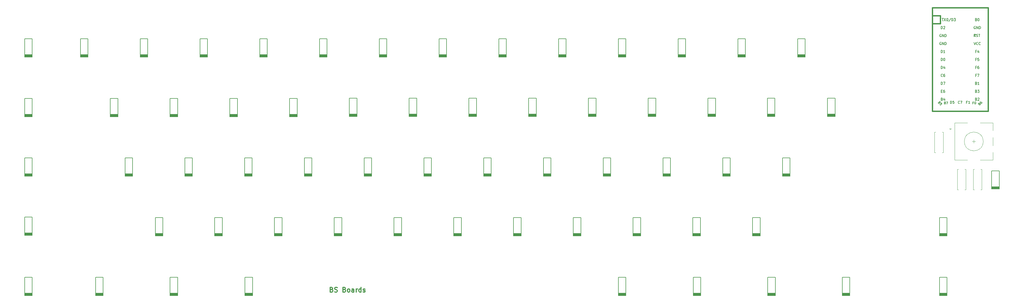
<source format=gbr>
G04 #@! TF.GenerationSoftware,KiCad,Pcbnew,(5.1.5)-3*
G04 #@! TF.CreationDate,2020-03-15T19:25:50-07:00*
G04 #@! TF.ProjectId,keyboard-layout,6b657962-6f61-4726-942d-6c61796f7574,rev?*
G04 #@! TF.SameCoordinates,Original*
G04 #@! TF.FileFunction,Legend,Top*
G04 #@! TF.FilePolarity,Positive*
%FSLAX46Y46*%
G04 Gerber Fmt 4.6, Leading zero omitted, Abs format (unit mm)*
G04 Created by KiCad (PCBNEW (5.1.5)-3) date 2020-03-15 19:25:50*
%MOMM*%
%LPD*%
G04 APERTURE LIST*
%ADD10C,0.300000*%
%ADD11C,0.120000*%
%ADD12C,0.381000*%
%ADD13C,0.150000*%
%ADD14C,0.200000*%
G04 APERTURE END LIST*
D10*
X117995535Y-107049107D02*
X118209821Y-107120535D01*
X118281250Y-107191964D01*
X118352678Y-107334821D01*
X118352678Y-107549107D01*
X118281250Y-107691964D01*
X118209821Y-107763392D01*
X118066964Y-107834821D01*
X117495535Y-107834821D01*
X117495535Y-106334821D01*
X117995535Y-106334821D01*
X118138392Y-106406250D01*
X118209821Y-106477678D01*
X118281250Y-106620535D01*
X118281250Y-106763392D01*
X118209821Y-106906250D01*
X118138392Y-106977678D01*
X117995535Y-107049107D01*
X117495535Y-107049107D01*
X118924107Y-107763392D02*
X119138392Y-107834821D01*
X119495535Y-107834821D01*
X119638392Y-107763392D01*
X119709821Y-107691964D01*
X119781250Y-107549107D01*
X119781250Y-107406250D01*
X119709821Y-107263392D01*
X119638392Y-107191964D01*
X119495535Y-107120535D01*
X119209821Y-107049107D01*
X119066964Y-106977678D01*
X118995535Y-106906250D01*
X118924107Y-106763392D01*
X118924107Y-106620535D01*
X118995535Y-106477678D01*
X119066964Y-106406250D01*
X119209821Y-106334821D01*
X119566964Y-106334821D01*
X119781250Y-106406250D01*
X122066964Y-107049107D02*
X122281250Y-107120535D01*
X122352678Y-107191964D01*
X122424107Y-107334821D01*
X122424107Y-107549107D01*
X122352678Y-107691964D01*
X122281250Y-107763392D01*
X122138392Y-107834821D01*
X121566964Y-107834821D01*
X121566964Y-106334821D01*
X122066964Y-106334821D01*
X122209821Y-106406250D01*
X122281250Y-106477678D01*
X122352678Y-106620535D01*
X122352678Y-106763392D01*
X122281250Y-106906250D01*
X122209821Y-106977678D01*
X122066964Y-107049107D01*
X121566964Y-107049107D01*
X123281250Y-107834821D02*
X123138392Y-107763392D01*
X123066964Y-107691964D01*
X122995535Y-107549107D01*
X122995535Y-107120535D01*
X123066964Y-106977678D01*
X123138392Y-106906250D01*
X123281250Y-106834821D01*
X123495535Y-106834821D01*
X123638392Y-106906250D01*
X123709821Y-106977678D01*
X123781250Y-107120535D01*
X123781250Y-107549107D01*
X123709821Y-107691964D01*
X123638392Y-107763392D01*
X123495535Y-107834821D01*
X123281250Y-107834821D01*
X125066964Y-107834821D02*
X125066964Y-107049107D01*
X124995535Y-106906250D01*
X124852678Y-106834821D01*
X124566964Y-106834821D01*
X124424107Y-106906250D01*
X125066964Y-107763392D02*
X124924107Y-107834821D01*
X124566964Y-107834821D01*
X124424107Y-107763392D01*
X124352678Y-107620535D01*
X124352678Y-107477678D01*
X124424107Y-107334821D01*
X124566964Y-107263392D01*
X124924107Y-107263392D01*
X125066964Y-107191964D01*
X125781250Y-107834821D02*
X125781250Y-106834821D01*
X125781250Y-107120535D02*
X125852678Y-106977678D01*
X125924107Y-106906250D01*
X126066964Y-106834821D01*
X126209821Y-106834821D01*
X127352678Y-107834821D02*
X127352678Y-106334821D01*
X127352678Y-107763392D02*
X127209821Y-107834821D01*
X126924107Y-107834821D01*
X126781250Y-107763392D01*
X126709821Y-107691964D01*
X126638392Y-107549107D01*
X126638392Y-107120535D01*
X126709821Y-106977678D01*
X126781250Y-106906250D01*
X126924107Y-106834821D01*
X127209821Y-106834821D01*
X127352678Y-106906250D01*
X127995535Y-107763392D02*
X128138392Y-107834821D01*
X128424107Y-107834821D01*
X128566964Y-107763392D01*
X128638392Y-107620535D01*
X128638392Y-107549107D01*
X128566964Y-107406250D01*
X128424107Y-107334821D01*
X128209821Y-107334821D01*
X128066964Y-107263392D01*
X127995535Y-107120535D01*
X127995535Y-107049107D01*
X128066964Y-106906250D01*
X128209821Y-106834821D01*
X128424107Y-106834821D01*
X128566964Y-106906250D01*
D11*
X325653040Y-59797320D02*
G75*
G03X325653040Y-59797320I-3000000J0D01*
G01*
X324653040Y-53897320D02*
X328753040Y-53897320D01*
X328753040Y-65697320D02*
X324653040Y-65697320D01*
X320653040Y-65697320D02*
X316553040Y-65697320D01*
X320653040Y-53897320D02*
X316553040Y-53897320D01*
X316553040Y-53897320D02*
X316553040Y-65697320D01*
X315153040Y-55997320D02*
X314853040Y-55697320D01*
X314853040Y-55697320D02*
X315453040Y-55697320D01*
X315453040Y-55697320D02*
X315153040Y-55997320D01*
X328753040Y-53897320D02*
X328753040Y-56297320D01*
X328753040Y-58497320D02*
X328753040Y-61097320D01*
X328753040Y-63297320D02*
X328753040Y-65697320D01*
X322653040Y-59297320D02*
X322653040Y-60297320D01*
X322153040Y-59797320D02*
X323153040Y-59797320D01*
D12*
X311943750Y-19685000D02*
X309403750Y-19685000D01*
X309403750Y-17145000D02*
X309403750Y-19685000D01*
X327183750Y-17145000D02*
X309403750Y-17145000D01*
X327183750Y-19685000D02*
X327183750Y-17145000D01*
D13*
G36*
X323225318Y-26164360D02*
G01*
X323225318Y-26364360D01*
X323125318Y-26364360D01*
X323125318Y-26164360D01*
X323225318Y-26164360D01*
G37*
X323225318Y-26164360D02*
X323225318Y-26364360D01*
X323125318Y-26364360D01*
X323125318Y-26164360D01*
X323225318Y-26164360D01*
G36*
X322825318Y-25564360D02*
G01*
X322825318Y-26364360D01*
X322725318Y-26364360D01*
X322725318Y-25564360D01*
X322825318Y-25564360D01*
G37*
X322825318Y-25564360D02*
X322825318Y-26364360D01*
X322725318Y-26364360D01*
X322725318Y-25564360D01*
X322825318Y-25564360D01*
G36*
X323225318Y-25564360D02*
G01*
X323225318Y-25664360D01*
X322725318Y-25664360D01*
X322725318Y-25564360D01*
X323225318Y-25564360D01*
G37*
X323225318Y-25564360D02*
X323225318Y-25664360D01*
X322725318Y-25664360D01*
X322725318Y-25564360D01*
X323225318Y-25564360D01*
G36*
X323025318Y-25964360D02*
G01*
X323025318Y-26064360D01*
X322925318Y-26064360D01*
X322925318Y-25964360D01*
X323025318Y-25964360D01*
G37*
X323025318Y-25964360D02*
X323025318Y-26064360D01*
X322925318Y-26064360D01*
X322925318Y-25964360D01*
X323025318Y-25964360D01*
G36*
X323225318Y-25564360D02*
G01*
X323225318Y-25864360D01*
X323125318Y-25864360D01*
X323125318Y-25564360D01*
X323225318Y-25564360D01*
G37*
X323225318Y-25564360D02*
X323225318Y-25864360D01*
X323125318Y-25864360D01*
X323125318Y-25564360D01*
X323225318Y-25564360D01*
D12*
X311943750Y-22225000D02*
X309403750Y-22225000D01*
X311943750Y-19685000D02*
X311943750Y-22225000D01*
X327183750Y-50165000D02*
X327183750Y-19685000D01*
X309403750Y-50165000D02*
X327183750Y-50165000D01*
X309403750Y-19685000D02*
X309403750Y-50165000D01*
D14*
X330765000Y-69148040D02*
X330765000Y-74948040D01*
X328365000Y-69148040D02*
X330765000Y-69148040D01*
X328365000Y-74948040D02*
X328365000Y-69148040D01*
X328365000Y-74873040D02*
X330765000Y-74873040D01*
X328365000Y-74748040D02*
X330765000Y-74748040D01*
X330765000Y-74973040D02*
X328365000Y-74973040D01*
X328365000Y-74573040D02*
X330765000Y-74573040D01*
X328365000Y-74398040D02*
X330765000Y-74398040D01*
X328365000Y-74223040D02*
X330765000Y-74223040D01*
D11*
X312901000Y-56801000D02*
X312571000Y-56801000D01*
X312901000Y-63341000D02*
X312901000Y-56801000D01*
X312571000Y-63341000D02*
X312901000Y-63341000D01*
X310161000Y-56801000D02*
X310491000Y-56801000D01*
X310161000Y-63341000D02*
X310161000Y-56801000D01*
X310491000Y-63341000D02*
X310161000Y-63341000D01*
X317400000Y-75218040D02*
X317730000Y-75218040D01*
X317400000Y-68678040D02*
X317400000Y-75218040D01*
X317730000Y-68678040D02*
X317400000Y-68678040D01*
X320140000Y-75218040D02*
X319810000Y-75218040D01*
X320140000Y-68678040D02*
X320140000Y-75218040D01*
X319810000Y-68678040D02*
X320140000Y-68678040D01*
X322480000Y-75218040D02*
X322810000Y-75218040D01*
X322480000Y-68678040D02*
X322480000Y-75218040D01*
X322810000Y-68678040D02*
X322480000Y-68678040D01*
X325220000Y-75218040D02*
X324890000Y-75218040D01*
X325220000Y-68678040D02*
X325220000Y-75218040D01*
X324890000Y-68678040D02*
X325220000Y-68678040D01*
D14*
X64192000Y-84068000D02*
X64192000Y-89868000D01*
X61792000Y-84068000D02*
X64192000Y-84068000D01*
X61792000Y-89868000D02*
X61792000Y-84068000D01*
X61792000Y-89793000D02*
X64192000Y-89793000D01*
X61792000Y-89668000D02*
X64192000Y-89668000D01*
X64192000Y-89893000D02*
X61792000Y-89893000D01*
X61792000Y-89493000D02*
X64192000Y-89493000D01*
X61792000Y-89318000D02*
X64192000Y-89318000D01*
X61792000Y-89143000D02*
X64192000Y-89143000D01*
X145091000Y-45968000D02*
X145091000Y-51768000D01*
X142691000Y-45968000D02*
X145091000Y-45968000D01*
X142691000Y-51768000D02*
X142691000Y-45968000D01*
X142691000Y-51693000D02*
X145091000Y-51693000D01*
X142691000Y-51568000D02*
X145091000Y-51568000D01*
X145091000Y-51793000D02*
X142691000Y-51793000D01*
X142691000Y-51393000D02*
X145091000Y-51393000D01*
X142691000Y-51218000D02*
X145091000Y-51218000D01*
X142691000Y-51043000D02*
X145091000Y-51043000D01*
X83115000Y-84068000D02*
X83115000Y-89868000D01*
X80715000Y-84068000D02*
X83115000Y-84068000D01*
X80715000Y-89868000D02*
X80715000Y-84068000D01*
X80715000Y-89793000D02*
X83115000Y-89793000D01*
X80715000Y-89668000D02*
X83115000Y-89668000D01*
X83115000Y-89893000D02*
X80715000Y-89893000D01*
X80715000Y-89493000D02*
X83115000Y-89493000D01*
X80715000Y-89318000D02*
X83115000Y-89318000D01*
X80715000Y-89143000D02*
X83115000Y-89143000D01*
X45142000Y-103118000D02*
X45142000Y-108918000D01*
X42742000Y-103118000D02*
X45142000Y-103118000D01*
X42742000Y-108918000D02*
X42742000Y-103118000D01*
X42742000Y-108843000D02*
X45142000Y-108843000D01*
X42742000Y-108718000D02*
X45142000Y-108718000D01*
X45142000Y-108943000D02*
X42742000Y-108943000D01*
X42742000Y-108543000D02*
X45142000Y-108543000D01*
X42742000Y-108368000D02*
X45142000Y-108368000D01*
X42742000Y-108193000D02*
X45142000Y-108193000D01*
X235642000Y-103118000D02*
X235642000Y-108918000D01*
X233242000Y-103118000D02*
X235642000Y-103118000D01*
X233242000Y-108918000D02*
X233242000Y-103118000D01*
X233242000Y-108843000D02*
X235642000Y-108843000D01*
X233242000Y-108718000D02*
X235642000Y-108718000D01*
X235642000Y-108943000D02*
X233242000Y-108943000D01*
X233242000Y-108543000D02*
X235642000Y-108543000D01*
X233242000Y-108368000D02*
X235642000Y-108368000D01*
X233242000Y-108193000D02*
X235642000Y-108193000D01*
X68891000Y-46095000D02*
X68891000Y-51895000D01*
X66491000Y-46095000D02*
X68891000Y-46095000D01*
X66491000Y-51895000D02*
X66491000Y-46095000D01*
X66491000Y-51820000D02*
X68891000Y-51820000D01*
X66491000Y-51695000D02*
X68891000Y-51695000D01*
X68891000Y-51920000D02*
X66491000Y-51920000D01*
X66491000Y-51520000D02*
X68891000Y-51520000D01*
X66491000Y-51345000D02*
X68891000Y-51345000D01*
X66491000Y-51170000D02*
X68891000Y-51170000D01*
X121215000Y-84068000D02*
X121215000Y-89868000D01*
X118815000Y-84068000D02*
X121215000Y-84068000D01*
X118815000Y-89868000D02*
X118815000Y-84068000D01*
X118815000Y-89793000D02*
X121215000Y-89793000D01*
X118815000Y-89668000D02*
X121215000Y-89668000D01*
X121215000Y-89893000D02*
X118815000Y-89893000D01*
X118815000Y-89493000D02*
X121215000Y-89493000D01*
X118815000Y-89318000D02*
X121215000Y-89318000D01*
X118815000Y-89143000D02*
X121215000Y-89143000D01*
X164141000Y-45968000D02*
X164141000Y-51768000D01*
X161741000Y-45968000D02*
X164141000Y-45968000D01*
X161741000Y-51768000D02*
X161741000Y-45968000D01*
X161741000Y-51693000D02*
X164141000Y-51693000D01*
X161741000Y-51568000D02*
X164141000Y-51568000D01*
X164141000Y-51793000D02*
X161741000Y-51793000D01*
X161741000Y-51393000D02*
X164141000Y-51393000D01*
X161741000Y-51218000D02*
X164141000Y-51218000D01*
X161741000Y-51043000D02*
X164141000Y-51043000D01*
X22536000Y-46095000D02*
X22536000Y-51895000D01*
X20136000Y-46095000D02*
X22536000Y-46095000D01*
X20136000Y-51895000D02*
X20136000Y-46095000D01*
X20136000Y-51820000D02*
X22536000Y-51820000D01*
X20136000Y-51695000D02*
X22536000Y-51695000D01*
X22536000Y-51920000D02*
X20136000Y-51920000D01*
X20136000Y-51520000D02*
X22536000Y-51520000D01*
X20136000Y-51345000D02*
X22536000Y-51345000D01*
X20136000Y-51170000D02*
X22536000Y-51170000D01*
X126041000Y-45968000D02*
X126041000Y-51768000D01*
X123641000Y-45968000D02*
X126041000Y-45968000D01*
X123641000Y-51768000D02*
X123641000Y-45968000D01*
X123641000Y-51693000D02*
X126041000Y-51693000D01*
X123641000Y-51568000D02*
X126041000Y-51568000D01*
X126041000Y-51793000D02*
X123641000Y-51793000D01*
X123641000Y-51393000D02*
X126041000Y-51393000D01*
X123641000Y-51218000D02*
X126041000Y-51218000D01*
X123641000Y-51043000D02*
X126041000Y-51043000D01*
X235515000Y-84068000D02*
X235515000Y-89868000D01*
X233115000Y-84068000D02*
X235515000Y-84068000D01*
X233115000Y-89868000D02*
X233115000Y-84068000D01*
X233115000Y-89793000D02*
X235515000Y-89793000D01*
X233115000Y-89668000D02*
X235515000Y-89668000D01*
X235515000Y-89893000D02*
X233115000Y-89893000D01*
X233115000Y-89493000D02*
X235515000Y-89493000D01*
X233115000Y-89318000D02*
X235515000Y-89318000D01*
X233115000Y-89143000D02*
X235515000Y-89143000D01*
X22536000Y-83941000D02*
X22536000Y-89741000D01*
X20136000Y-83941000D02*
X22536000Y-83941000D01*
X20136000Y-89741000D02*
X20136000Y-83941000D01*
X20136000Y-89666000D02*
X22536000Y-89666000D01*
X20136000Y-89541000D02*
X22536000Y-89541000D01*
X22536000Y-89766000D02*
X20136000Y-89766000D01*
X20136000Y-89366000D02*
X22536000Y-89366000D01*
X20136000Y-89191000D02*
X22536000Y-89191000D01*
X20136000Y-89016000D02*
X22536000Y-89016000D01*
X254565000Y-84068000D02*
X254565000Y-89868000D01*
X252165000Y-84068000D02*
X254565000Y-84068000D01*
X252165000Y-89868000D02*
X252165000Y-84068000D01*
X252165000Y-89793000D02*
X254565000Y-89793000D01*
X252165000Y-89668000D02*
X254565000Y-89668000D01*
X254565000Y-89893000D02*
X252165000Y-89893000D01*
X252165000Y-89493000D02*
X254565000Y-89493000D01*
X252165000Y-89318000D02*
X254565000Y-89318000D01*
X252165000Y-89143000D02*
X254565000Y-89143000D01*
X225990000Y-65018000D02*
X225990000Y-70818000D01*
X223590000Y-65018000D02*
X225990000Y-65018000D01*
X223590000Y-70818000D02*
X223590000Y-65018000D01*
X223590000Y-70743000D02*
X225990000Y-70743000D01*
X223590000Y-70618000D02*
X225990000Y-70618000D01*
X225990000Y-70843000D02*
X223590000Y-70843000D01*
X223590000Y-70443000D02*
X225990000Y-70443000D01*
X223590000Y-70268000D02*
X225990000Y-70268000D01*
X223590000Y-70093000D02*
X225990000Y-70093000D01*
X73590000Y-65018000D02*
X73590000Y-70818000D01*
X71190000Y-65018000D02*
X73590000Y-65018000D01*
X71190000Y-70818000D02*
X71190000Y-65018000D01*
X71190000Y-70743000D02*
X73590000Y-70743000D01*
X71190000Y-70618000D02*
X73590000Y-70618000D01*
X73590000Y-70843000D02*
X71190000Y-70843000D01*
X71190000Y-70443000D02*
X73590000Y-70443000D01*
X71190000Y-70268000D02*
X73590000Y-70268000D01*
X71190000Y-70093000D02*
X73590000Y-70093000D01*
X106991000Y-46095000D02*
X106991000Y-51895000D01*
X104591000Y-46095000D02*
X106991000Y-46095000D01*
X104591000Y-51895000D02*
X104591000Y-46095000D01*
X104591000Y-51820000D02*
X106991000Y-51820000D01*
X104591000Y-51695000D02*
X106991000Y-51695000D01*
X106991000Y-51920000D02*
X104591000Y-51920000D01*
X104591000Y-51520000D02*
X106991000Y-51520000D01*
X104591000Y-51345000D02*
X106991000Y-51345000D01*
X104591000Y-51170000D02*
X106991000Y-51170000D01*
X245040000Y-65018000D02*
X245040000Y-70818000D01*
X242640000Y-65018000D02*
X245040000Y-65018000D01*
X242640000Y-70818000D02*
X242640000Y-65018000D01*
X242640000Y-70743000D02*
X245040000Y-70743000D01*
X242640000Y-70618000D02*
X245040000Y-70618000D01*
X245040000Y-70843000D02*
X242640000Y-70843000D01*
X242640000Y-70443000D02*
X245040000Y-70443000D01*
X242640000Y-70268000D02*
X245040000Y-70268000D01*
X242640000Y-70093000D02*
X245040000Y-70093000D01*
X49841000Y-46095000D02*
X49841000Y-51895000D01*
X47441000Y-46095000D02*
X49841000Y-46095000D01*
X47441000Y-51895000D02*
X47441000Y-46095000D01*
X47441000Y-51820000D02*
X49841000Y-51820000D01*
X47441000Y-51695000D02*
X49841000Y-51695000D01*
X49841000Y-51920000D02*
X47441000Y-51920000D01*
X47441000Y-51520000D02*
X49841000Y-51520000D01*
X47441000Y-51345000D02*
X49841000Y-51345000D01*
X47441000Y-51170000D02*
X49841000Y-51170000D01*
X221291000Y-45968000D02*
X221291000Y-51768000D01*
X218891000Y-45968000D02*
X221291000Y-45968000D01*
X218891000Y-51768000D02*
X218891000Y-45968000D01*
X218891000Y-51693000D02*
X221291000Y-51693000D01*
X218891000Y-51568000D02*
X221291000Y-51568000D01*
X221291000Y-51793000D02*
X218891000Y-51793000D01*
X218891000Y-51393000D02*
X221291000Y-51393000D01*
X218891000Y-51218000D02*
X221291000Y-51218000D01*
X218891000Y-51043000D02*
X221291000Y-51043000D01*
X202241000Y-45968000D02*
X202241000Y-51768000D01*
X199841000Y-45968000D02*
X202241000Y-45968000D01*
X199841000Y-51768000D02*
X199841000Y-45968000D01*
X199841000Y-51693000D02*
X202241000Y-51693000D01*
X199841000Y-51568000D02*
X202241000Y-51568000D01*
X202241000Y-51793000D02*
X199841000Y-51793000D01*
X199841000Y-51393000D02*
X202241000Y-51393000D01*
X199841000Y-51218000D02*
X202241000Y-51218000D01*
X199841000Y-51043000D02*
X202241000Y-51043000D01*
X159315000Y-84068000D02*
X159315000Y-89868000D01*
X156915000Y-84068000D02*
X159315000Y-84068000D01*
X156915000Y-89868000D02*
X156915000Y-84068000D01*
X156915000Y-89793000D02*
X159315000Y-89793000D01*
X156915000Y-89668000D02*
X159315000Y-89668000D01*
X159315000Y-89893000D02*
X156915000Y-89893000D01*
X156915000Y-89493000D02*
X159315000Y-89493000D01*
X156915000Y-89318000D02*
X159315000Y-89318000D01*
X156915000Y-89143000D02*
X159315000Y-89143000D01*
X230816000Y-27045000D02*
X230816000Y-32845000D01*
X228416000Y-27045000D02*
X230816000Y-27045000D01*
X228416000Y-32845000D02*
X228416000Y-27045000D01*
X228416000Y-32770000D02*
X230816000Y-32770000D01*
X228416000Y-32645000D02*
X230816000Y-32645000D01*
X230816000Y-32870000D02*
X228416000Y-32870000D01*
X228416000Y-32470000D02*
X230816000Y-32470000D01*
X228416000Y-32295000D02*
X230816000Y-32295000D01*
X228416000Y-32120000D02*
X230816000Y-32120000D01*
X259391000Y-103118000D02*
X259391000Y-108918000D01*
X256991000Y-103118000D02*
X259391000Y-103118000D01*
X256991000Y-108918000D02*
X256991000Y-103118000D01*
X256991000Y-108843000D02*
X259391000Y-108843000D01*
X256991000Y-108718000D02*
X259391000Y-108718000D01*
X259391000Y-108943000D02*
X256991000Y-108943000D01*
X256991000Y-108543000D02*
X259391000Y-108543000D01*
X256991000Y-108368000D02*
X259391000Y-108368000D01*
X256991000Y-108193000D02*
X259391000Y-108193000D01*
X178365000Y-84068000D02*
X178365000Y-89868000D01*
X175965000Y-84068000D02*
X178365000Y-84068000D01*
X175965000Y-89868000D02*
X175965000Y-84068000D01*
X175965000Y-89793000D02*
X178365000Y-89793000D01*
X175965000Y-89668000D02*
X178365000Y-89668000D01*
X178365000Y-89893000D02*
X175965000Y-89893000D01*
X175965000Y-89493000D02*
X178365000Y-89493000D01*
X175965000Y-89318000D02*
X178365000Y-89318000D01*
X175965000Y-89143000D02*
X178365000Y-89143000D01*
X206940000Y-65018000D02*
X206940000Y-70818000D01*
X204540000Y-65018000D02*
X206940000Y-65018000D01*
X204540000Y-70818000D02*
X204540000Y-65018000D01*
X204540000Y-70743000D02*
X206940000Y-70743000D01*
X204540000Y-70618000D02*
X206940000Y-70618000D01*
X206940000Y-70843000D02*
X204540000Y-70843000D01*
X204540000Y-70443000D02*
X206940000Y-70443000D01*
X204540000Y-70268000D02*
X206940000Y-70268000D01*
X204540000Y-70093000D02*
X206940000Y-70093000D01*
X187890000Y-65018000D02*
X187890000Y-70818000D01*
X185490000Y-65018000D02*
X187890000Y-65018000D01*
X185490000Y-70818000D02*
X185490000Y-65018000D01*
X185490000Y-70743000D02*
X187890000Y-70743000D01*
X185490000Y-70618000D02*
X187890000Y-70618000D01*
X187890000Y-70843000D02*
X185490000Y-70843000D01*
X185490000Y-70443000D02*
X187890000Y-70443000D01*
X185490000Y-70268000D02*
X187890000Y-70268000D01*
X185490000Y-70093000D02*
X187890000Y-70093000D01*
X168840000Y-65018000D02*
X168840000Y-70818000D01*
X166440000Y-65018000D02*
X168840000Y-65018000D01*
X166440000Y-70818000D02*
X166440000Y-65018000D01*
X166440000Y-70743000D02*
X168840000Y-70743000D01*
X166440000Y-70618000D02*
X168840000Y-70618000D01*
X168840000Y-70843000D02*
X166440000Y-70843000D01*
X166440000Y-70443000D02*
X168840000Y-70443000D01*
X166440000Y-70268000D02*
X168840000Y-70268000D01*
X166440000Y-70093000D02*
X168840000Y-70093000D01*
X183191000Y-45968000D02*
X183191000Y-51768000D01*
X180791000Y-45968000D02*
X183191000Y-45968000D01*
X180791000Y-51768000D02*
X180791000Y-45968000D01*
X180791000Y-51693000D02*
X183191000Y-51693000D01*
X180791000Y-51568000D02*
X183191000Y-51568000D01*
X183191000Y-51793000D02*
X180791000Y-51793000D01*
X180791000Y-51393000D02*
X183191000Y-51393000D01*
X180791000Y-51218000D02*
X183191000Y-51218000D01*
X180791000Y-51043000D02*
X183191000Y-51043000D01*
X149790000Y-65018000D02*
X149790000Y-70818000D01*
X147390000Y-65018000D02*
X149790000Y-65018000D01*
X147390000Y-70818000D02*
X147390000Y-65018000D01*
X147390000Y-70743000D02*
X149790000Y-70743000D01*
X147390000Y-70618000D02*
X149790000Y-70618000D01*
X149790000Y-70843000D02*
X147390000Y-70843000D01*
X147390000Y-70443000D02*
X149790000Y-70443000D01*
X147390000Y-70268000D02*
X149790000Y-70268000D01*
X147390000Y-70093000D02*
X149790000Y-70093000D01*
X130740000Y-65018000D02*
X130740000Y-70818000D01*
X128340000Y-65018000D02*
X130740000Y-65018000D01*
X128340000Y-70818000D02*
X128340000Y-65018000D01*
X128340000Y-70743000D02*
X130740000Y-70743000D01*
X128340000Y-70618000D02*
X130740000Y-70618000D01*
X130740000Y-70843000D02*
X128340000Y-70843000D01*
X128340000Y-70443000D02*
X130740000Y-70443000D01*
X128340000Y-70268000D02*
X130740000Y-70268000D01*
X128340000Y-70093000D02*
X130740000Y-70093000D01*
X111690000Y-65018000D02*
X111690000Y-70818000D01*
X109290000Y-65018000D02*
X111690000Y-65018000D01*
X109290000Y-70818000D02*
X109290000Y-65018000D01*
X109290000Y-70743000D02*
X111690000Y-70743000D01*
X109290000Y-70618000D02*
X111690000Y-70618000D01*
X111690000Y-70843000D02*
X109290000Y-70843000D01*
X109290000Y-70443000D02*
X111690000Y-70443000D01*
X109290000Y-70268000D02*
X111690000Y-70268000D01*
X109290000Y-70093000D02*
X111690000Y-70093000D01*
X249866000Y-27045000D02*
X249866000Y-32845000D01*
X247466000Y-27045000D02*
X249866000Y-27045000D01*
X247466000Y-32845000D02*
X247466000Y-27045000D01*
X247466000Y-32770000D02*
X249866000Y-32770000D01*
X247466000Y-32645000D02*
X249866000Y-32645000D01*
X249866000Y-32870000D02*
X247466000Y-32870000D01*
X247466000Y-32470000D02*
X249866000Y-32470000D01*
X247466000Y-32295000D02*
X249866000Y-32295000D01*
X247466000Y-32120000D02*
X249866000Y-32120000D01*
X264090000Y-65018000D02*
X264090000Y-70818000D01*
X261690000Y-65018000D02*
X264090000Y-65018000D01*
X261690000Y-70818000D02*
X261690000Y-65018000D01*
X261690000Y-70743000D02*
X264090000Y-70743000D01*
X261690000Y-70618000D02*
X264090000Y-70618000D01*
X264090000Y-70843000D02*
X261690000Y-70843000D01*
X261690000Y-70443000D02*
X264090000Y-70443000D01*
X261690000Y-70268000D02*
X264090000Y-70268000D01*
X261690000Y-70093000D02*
X264090000Y-70093000D01*
X87941000Y-46095000D02*
X87941000Y-51895000D01*
X85541000Y-46095000D02*
X87941000Y-46095000D01*
X85541000Y-51895000D02*
X85541000Y-46095000D01*
X85541000Y-51820000D02*
X87941000Y-51820000D01*
X85541000Y-51695000D02*
X87941000Y-51695000D01*
X87941000Y-51920000D02*
X85541000Y-51920000D01*
X85541000Y-51520000D02*
X87941000Y-51520000D01*
X85541000Y-51345000D02*
X87941000Y-51345000D01*
X85541000Y-51170000D02*
X87941000Y-51170000D01*
X216465000Y-84068000D02*
X216465000Y-89868000D01*
X214065000Y-84068000D02*
X216465000Y-84068000D01*
X214065000Y-89868000D02*
X214065000Y-84068000D01*
X214065000Y-89793000D02*
X216465000Y-89793000D01*
X214065000Y-89668000D02*
X216465000Y-89668000D01*
X216465000Y-89893000D02*
X214065000Y-89893000D01*
X214065000Y-89493000D02*
X216465000Y-89493000D01*
X214065000Y-89318000D02*
X216465000Y-89318000D01*
X214065000Y-89143000D02*
X216465000Y-89143000D01*
X92640000Y-65018000D02*
X92640000Y-70818000D01*
X90240000Y-65018000D02*
X92640000Y-65018000D01*
X90240000Y-70818000D02*
X90240000Y-65018000D01*
X90240000Y-70743000D02*
X92640000Y-70743000D01*
X90240000Y-70618000D02*
X92640000Y-70618000D01*
X92640000Y-70843000D02*
X90240000Y-70843000D01*
X90240000Y-70443000D02*
X92640000Y-70443000D01*
X90240000Y-70268000D02*
X92640000Y-70268000D01*
X90240000Y-70093000D02*
X92640000Y-70093000D01*
X22536000Y-103118000D02*
X22536000Y-108918000D01*
X20136000Y-103118000D02*
X22536000Y-103118000D01*
X20136000Y-108918000D02*
X20136000Y-103118000D01*
X20136000Y-108843000D02*
X22536000Y-108843000D01*
X20136000Y-108718000D02*
X22536000Y-108718000D01*
X22536000Y-108943000D02*
X20136000Y-108943000D01*
X20136000Y-108543000D02*
X22536000Y-108543000D01*
X20136000Y-108368000D02*
X22536000Y-108368000D01*
X20136000Y-108193000D02*
X22536000Y-108193000D01*
X283140000Y-103118000D02*
X283140000Y-108918000D01*
X280740000Y-103118000D02*
X283140000Y-103118000D01*
X280740000Y-108918000D02*
X280740000Y-103118000D01*
X280740000Y-108843000D02*
X283140000Y-108843000D01*
X280740000Y-108718000D02*
X283140000Y-108718000D01*
X283140000Y-108943000D02*
X280740000Y-108943000D01*
X280740000Y-108543000D02*
X283140000Y-108543000D01*
X280740000Y-108368000D02*
X283140000Y-108368000D01*
X280740000Y-108193000D02*
X283140000Y-108193000D01*
X197415000Y-84068000D02*
X197415000Y-89868000D01*
X195015000Y-84068000D02*
X197415000Y-84068000D01*
X195015000Y-89868000D02*
X195015000Y-84068000D01*
X195015000Y-89793000D02*
X197415000Y-89793000D01*
X195015000Y-89668000D02*
X197415000Y-89668000D01*
X197415000Y-89893000D02*
X195015000Y-89893000D01*
X195015000Y-89493000D02*
X197415000Y-89493000D01*
X195015000Y-89318000D02*
X197415000Y-89318000D01*
X195015000Y-89143000D02*
X197415000Y-89143000D01*
X22536000Y-65018000D02*
X22536000Y-70818000D01*
X20136000Y-65018000D02*
X22536000Y-65018000D01*
X20136000Y-70818000D02*
X20136000Y-65018000D01*
X20136000Y-70743000D02*
X22536000Y-70743000D01*
X20136000Y-70618000D02*
X22536000Y-70618000D01*
X22536000Y-70843000D02*
X20136000Y-70843000D01*
X20136000Y-70443000D02*
X22536000Y-70443000D01*
X20136000Y-70268000D02*
X22536000Y-70268000D01*
X20136000Y-70093000D02*
X22536000Y-70093000D01*
X102165000Y-84068000D02*
X102165000Y-89868000D01*
X99765000Y-84068000D02*
X102165000Y-84068000D01*
X99765000Y-89868000D02*
X99765000Y-84068000D01*
X99765000Y-89793000D02*
X102165000Y-89793000D01*
X99765000Y-89668000D02*
X102165000Y-89668000D01*
X102165000Y-89893000D02*
X99765000Y-89893000D01*
X99765000Y-89493000D02*
X102165000Y-89493000D01*
X99765000Y-89318000D02*
X102165000Y-89318000D01*
X99765000Y-89143000D02*
X102165000Y-89143000D01*
X278441000Y-45968000D02*
X278441000Y-51768000D01*
X276041000Y-45968000D02*
X278441000Y-45968000D01*
X276041000Y-51768000D02*
X276041000Y-45968000D01*
X276041000Y-51693000D02*
X278441000Y-51693000D01*
X276041000Y-51568000D02*
X278441000Y-51568000D01*
X278441000Y-51793000D02*
X276041000Y-51793000D01*
X276041000Y-51393000D02*
X278441000Y-51393000D01*
X276041000Y-51218000D02*
X278441000Y-51218000D01*
X276041000Y-51043000D02*
X278441000Y-51043000D01*
X268916000Y-27045000D02*
X268916000Y-32845000D01*
X266516000Y-27045000D02*
X268916000Y-27045000D01*
X266516000Y-32845000D02*
X266516000Y-27045000D01*
X266516000Y-32770000D02*
X268916000Y-32770000D01*
X266516000Y-32645000D02*
X268916000Y-32645000D01*
X268916000Y-32870000D02*
X266516000Y-32870000D01*
X266516000Y-32470000D02*
X268916000Y-32470000D01*
X266516000Y-32295000D02*
X268916000Y-32295000D01*
X266516000Y-32120000D02*
X268916000Y-32120000D01*
X140265000Y-84068000D02*
X140265000Y-89868000D01*
X137865000Y-84068000D02*
X140265000Y-84068000D01*
X137865000Y-89868000D02*
X137865000Y-84068000D01*
X137865000Y-89793000D02*
X140265000Y-89793000D01*
X137865000Y-89668000D02*
X140265000Y-89668000D01*
X140265000Y-89893000D02*
X137865000Y-89893000D01*
X137865000Y-89493000D02*
X140265000Y-89493000D01*
X137865000Y-89318000D02*
X140265000Y-89318000D01*
X137865000Y-89143000D02*
X140265000Y-89143000D01*
X68891000Y-103118000D02*
X68891000Y-108918000D01*
X66491000Y-103118000D02*
X68891000Y-103118000D01*
X66491000Y-108918000D02*
X66491000Y-103118000D01*
X66491000Y-108843000D02*
X68891000Y-108843000D01*
X66491000Y-108718000D02*
X68891000Y-108718000D01*
X68891000Y-108943000D02*
X66491000Y-108943000D01*
X66491000Y-108543000D02*
X68891000Y-108543000D01*
X66491000Y-108368000D02*
X68891000Y-108368000D01*
X66491000Y-108193000D02*
X68891000Y-108193000D01*
X211766000Y-103118000D02*
X211766000Y-108918000D01*
X209366000Y-103118000D02*
X211766000Y-103118000D01*
X209366000Y-108918000D02*
X209366000Y-103118000D01*
X209366000Y-108843000D02*
X211766000Y-108843000D01*
X209366000Y-108718000D02*
X211766000Y-108718000D01*
X211766000Y-108943000D02*
X209366000Y-108943000D01*
X209366000Y-108543000D02*
X211766000Y-108543000D01*
X209366000Y-108368000D02*
X211766000Y-108368000D01*
X209366000Y-108193000D02*
X211766000Y-108193000D01*
X54540000Y-65018000D02*
X54540000Y-70818000D01*
X52140000Y-65018000D02*
X54540000Y-65018000D01*
X52140000Y-70818000D02*
X52140000Y-65018000D01*
X52140000Y-70743000D02*
X54540000Y-70743000D01*
X52140000Y-70618000D02*
X54540000Y-70618000D01*
X54540000Y-70843000D02*
X52140000Y-70843000D01*
X52140000Y-70443000D02*
X54540000Y-70443000D01*
X52140000Y-70268000D02*
X54540000Y-70268000D01*
X52140000Y-70093000D02*
X54540000Y-70093000D01*
X22536000Y-27045000D02*
X22536000Y-32845000D01*
X20136000Y-27045000D02*
X22536000Y-27045000D01*
X20136000Y-32845000D02*
X20136000Y-27045000D01*
X20136000Y-32770000D02*
X22536000Y-32770000D01*
X20136000Y-32645000D02*
X22536000Y-32645000D01*
X22536000Y-32870000D02*
X20136000Y-32870000D01*
X20136000Y-32470000D02*
X22536000Y-32470000D01*
X20136000Y-32295000D02*
X22536000Y-32295000D01*
X20136000Y-32120000D02*
X22536000Y-32120000D01*
X259264000Y-46001000D02*
X259264000Y-51801000D01*
X256864000Y-46001000D02*
X259264000Y-46001000D01*
X256864000Y-51801000D02*
X256864000Y-46001000D01*
X256864000Y-51726000D02*
X259264000Y-51726000D01*
X256864000Y-51601000D02*
X259264000Y-51601000D01*
X259264000Y-51826000D02*
X256864000Y-51826000D01*
X256864000Y-51426000D02*
X259264000Y-51426000D01*
X256864000Y-51251000D02*
X259264000Y-51251000D01*
X256864000Y-51076000D02*
X259264000Y-51076000D01*
X240341000Y-45968000D02*
X240341000Y-51768000D01*
X237941000Y-45968000D02*
X240341000Y-45968000D01*
X237941000Y-51768000D02*
X237941000Y-45968000D01*
X237941000Y-51693000D02*
X240341000Y-51693000D01*
X237941000Y-51568000D02*
X240341000Y-51568000D01*
X240341000Y-51793000D02*
X237941000Y-51793000D01*
X237941000Y-51393000D02*
X240341000Y-51393000D01*
X237941000Y-51218000D02*
X240341000Y-51218000D01*
X237941000Y-51043000D02*
X240341000Y-51043000D01*
X314128000Y-84068000D02*
X314128000Y-89868000D01*
X311728000Y-84068000D02*
X314128000Y-84068000D01*
X311728000Y-89868000D02*
X311728000Y-84068000D01*
X311728000Y-89793000D02*
X314128000Y-89793000D01*
X311728000Y-89668000D02*
X314128000Y-89668000D01*
X314128000Y-89893000D02*
X311728000Y-89893000D01*
X311728000Y-89493000D02*
X314128000Y-89493000D01*
X311728000Y-89318000D02*
X314128000Y-89318000D01*
X311728000Y-89143000D02*
X314128000Y-89143000D01*
X314128000Y-103118000D02*
X314128000Y-108918000D01*
X311728000Y-103118000D02*
X314128000Y-103118000D01*
X311728000Y-108918000D02*
X311728000Y-103118000D01*
X311728000Y-108843000D02*
X314128000Y-108843000D01*
X311728000Y-108718000D02*
X314128000Y-108718000D01*
X314128000Y-108943000D02*
X311728000Y-108943000D01*
X311728000Y-108543000D02*
X314128000Y-108543000D01*
X311728000Y-108368000D02*
X314128000Y-108368000D01*
X311728000Y-108193000D02*
X314128000Y-108193000D01*
X92767000Y-103118000D02*
X92767000Y-108918000D01*
X90367000Y-103118000D02*
X92767000Y-103118000D01*
X90367000Y-108918000D02*
X90367000Y-103118000D01*
X90367000Y-108843000D02*
X92767000Y-108843000D01*
X90367000Y-108718000D02*
X92767000Y-108718000D01*
X92767000Y-108943000D02*
X90367000Y-108943000D01*
X90367000Y-108543000D02*
X92767000Y-108543000D01*
X90367000Y-108368000D02*
X92767000Y-108368000D01*
X90367000Y-108193000D02*
X92767000Y-108193000D01*
X192716000Y-27045000D02*
X192716000Y-32845000D01*
X190316000Y-27045000D02*
X192716000Y-27045000D01*
X190316000Y-32845000D02*
X190316000Y-27045000D01*
X190316000Y-32770000D02*
X192716000Y-32770000D01*
X190316000Y-32645000D02*
X192716000Y-32645000D01*
X192716000Y-32870000D02*
X190316000Y-32870000D01*
X190316000Y-32470000D02*
X192716000Y-32470000D01*
X190316000Y-32295000D02*
X192716000Y-32295000D01*
X190316000Y-32120000D02*
X192716000Y-32120000D01*
X173666000Y-27045000D02*
X173666000Y-32845000D01*
X171266000Y-27045000D02*
X173666000Y-27045000D01*
X171266000Y-32845000D02*
X171266000Y-27045000D01*
X171266000Y-32770000D02*
X173666000Y-32770000D01*
X171266000Y-32645000D02*
X173666000Y-32645000D01*
X173666000Y-32870000D02*
X171266000Y-32870000D01*
X171266000Y-32470000D02*
X173666000Y-32470000D01*
X171266000Y-32295000D02*
X173666000Y-32295000D01*
X171266000Y-32120000D02*
X173666000Y-32120000D01*
X154616000Y-27045000D02*
X154616000Y-32845000D01*
X152216000Y-27045000D02*
X154616000Y-27045000D01*
X152216000Y-32845000D02*
X152216000Y-27045000D01*
X152216000Y-32770000D02*
X154616000Y-32770000D01*
X152216000Y-32645000D02*
X154616000Y-32645000D01*
X154616000Y-32870000D02*
X152216000Y-32870000D01*
X152216000Y-32470000D02*
X154616000Y-32470000D01*
X152216000Y-32295000D02*
X154616000Y-32295000D01*
X152216000Y-32120000D02*
X154616000Y-32120000D01*
X135566000Y-27045000D02*
X135566000Y-32845000D01*
X133166000Y-27045000D02*
X135566000Y-27045000D01*
X133166000Y-32845000D02*
X133166000Y-27045000D01*
X133166000Y-32770000D02*
X135566000Y-32770000D01*
X133166000Y-32645000D02*
X135566000Y-32645000D01*
X135566000Y-32870000D02*
X133166000Y-32870000D01*
X133166000Y-32470000D02*
X135566000Y-32470000D01*
X133166000Y-32295000D02*
X135566000Y-32295000D01*
X133166000Y-32120000D02*
X135566000Y-32120000D01*
X116516000Y-27045000D02*
X116516000Y-32845000D01*
X114116000Y-27045000D02*
X116516000Y-27045000D01*
X114116000Y-32845000D02*
X114116000Y-27045000D01*
X114116000Y-32770000D02*
X116516000Y-32770000D01*
X114116000Y-32645000D02*
X116516000Y-32645000D01*
X116516000Y-32870000D02*
X114116000Y-32870000D01*
X114116000Y-32470000D02*
X116516000Y-32470000D01*
X114116000Y-32295000D02*
X116516000Y-32295000D01*
X114116000Y-32120000D02*
X116516000Y-32120000D01*
X97466000Y-27045000D02*
X97466000Y-32845000D01*
X95066000Y-27045000D02*
X97466000Y-27045000D01*
X95066000Y-32845000D02*
X95066000Y-27045000D01*
X95066000Y-32770000D02*
X97466000Y-32770000D01*
X95066000Y-32645000D02*
X97466000Y-32645000D01*
X97466000Y-32870000D02*
X95066000Y-32870000D01*
X95066000Y-32470000D02*
X97466000Y-32470000D01*
X95066000Y-32295000D02*
X97466000Y-32295000D01*
X95066000Y-32120000D02*
X97466000Y-32120000D01*
X78416000Y-27045000D02*
X78416000Y-32845000D01*
X76016000Y-27045000D02*
X78416000Y-27045000D01*
X76016000Y-32845000D02*
X76016000Y-27045000D01*
X76016000Y-32770000D02*
X78416000Y-32770000D01*
X76016000Y-32645000D02*
X78416000Y-32645000D01*
X78416000Y-32870000D02*
X76016000Y-32870000D01*
X76016000Y-32470000D02*
X78416000Y-32470000D01*
X76016000Y-32295000D02*
X78416000Y-32295000D01*
X76016000Y-32120000D02*
X78416000Y-32120000D01*
X59366000Y-27045000D02*
X59366000Y-32845000D01*
X56966000Y-27045000D02*
X59366000Y-27045000D01*
X56966000Y-32845000D02*
X56966000Y-27045000D01*
X56966000Y-32770000D02*
X59366000Y-32770000D01*
X56966000Y-32645000D02*
X59366000Y-32645000D01*
X59366000Y-32870000D02*
X56966000Y-32870000D01*
X56966000Y-32470000D02*
X59366000Y-32470000D01*
X56966000Y-32295000D02*
X59366000Y-32295000D01*
X56966000Y-32120000D02*
X59366000Y-32120000D01*
X40316000Y-27045000D02*
X40316000Y-32845000D01*
X37916000Y-27045000D02*
X40316000Y-27045000D01*
X37916000Y-32845000D02*
X37916000Y-27045000D01*
X37916000Y-32770000D02*
X40316000Y-32770000D01*
X37916000Y-32645000D02*
X40316000Y-32645000D01*
X40316000Y-32870000D02*
X37916000Y-32870000D01*
X37916000Y-32470000D02*
X40316000Y-32470000D01*
X37916000Y-32295000D02*
X40316000Y-32295000D01*
X37916000Y-32120000D02*
X40316000Y-32120000D01*
X211766000Y-27045000D02*
X211766000Y-32845000D01*
X209366000Y-27045000D02*
X211766000Y-27045000D01*
X209366000Y-32845000D02*
X209366000Y-27045000D01*
X209366000Y-32770000D02*
X211766000Y-32770000D01*
X209366000Y-32645000D02*
X211766000Y-32645000D01*
X211766000Y-32870000D02*
X209366000Y-32870000D01*
X209366000Y-32470000D02*
X211766000Y-32470000D01*
X209366000Y-32295000D02*
X211766000Y-32295000D01*
X209366000Y-32120000D02*
X211766000Y-32120000D01*
D13*
X315163273Y-47686904D02*
X315163273Y-46886904D01*
X315353750Y-46886904D01*
X315468035Y-46925000D01*
X315544226Y-47001190D01*
X315582321Y-47077380D01*
X315620416Y-47229761D01*
X315620416Y-47344047D01*
X315582321Y-47496428D01*
X315544226Y-47572619D01*
X315468035Y-47648809D01*
X315353750Y-47686904D01*
X315163273Y-47686904D01*
X316344226Y-46886904D02*
X315963273Y-46886904D01*
X315925178Y-47267857D01*
X315963273Y-47229761D01*
X316039464Y-47191666D01*
X316229940Y-47191666D01*
X316306130Y-47229761D01*
X316344226Y-47267857D01*
X316382321Y-47344047D01*
X316382321Y-47534523D01*
X316344226Y-47610714D01*
X316306130Y-47648809D01*
X316229940Y-47686904D01*
X316039464Y-47686904D01*
X315963273Y-47648809D01*
X315925178Y-47610714D01*
X320567083Y-47267857D02*
X320300416Y-47267857D01*
X320300416Y-47686904D02*
X320300416Y-46886904D01*
X320681369Y-46886904D01*
X321405178Y-47686904D02*
X320948035Y-47686904D01*
X321176607Y-47686904D02*
X321176607Y-46886904D01*
X321100416Y-47001190D01*
X321024226Y-47077380D01*
X320948035Y-47115476D01*
X318160416Y-47610714D02*
X318122321Y-47648809D01*
X318008035Y-47686904D01*
X317931845Y-47686904D01*
X317817559Y-47648809D01*
X317741369Y-47572619D01*
X317703273Y-47496428D01*
X317665178Y-47344047D01*
X317665178Y-47229761D01*
X317703273Y-47077380D01*
X317741369Y-47001190D01*
X317817559Y-46925000D01*
X317931845Y-46886904D01*
X318008035Y-46886904D01*
X318122321Y-46925000D01*
X318160416Y-46963095D01*
X318427083Y-46886904D02*
X318960416Y-46886904D01*
X318617559Y-47686904D01*
X324458047Y-47789991D02*
X324552328Y-47742851D01*
X324599469Y-47742851D01*
X324670179Y-47766421D01*
X324740890Y-47837132D01*
X324764460Y-47907842D01*
X324764460Y-47954983D01*
X324740890Y-48025693D01*
X324552328Y-48214255D01*
X324057353Y-47719280D01*
X324222345Y-47554289D01*
X324293056Y-47530719D01*
X324340196Y-47530719D01*
X324410907Y-47554289D01*
X324458047Y-47601429D01*
X324481617Y-47672140D01*
X324481617Y-47719280D01*
X324458047Y-47789991D01*
X324293056Y-47954983D01*
X324764460Y-47012174D02*
X324670179Y-47106455D01*
X324646609Y-47177165D01*
X324646609Y-47224306D01*
X324670179Y-47342157D01*
X324740890Y-47460008D01*
X324929452Y-47648570D01*
X325000162Y-47672140D01*
X325047303Y-47672140D01*
X325118014Y-47648570D01*
X325212294Y-47554289D01*
X325235865Y-47483578D01*
X325235865Y-47436438D01*
X325212294Y-47365727D01*
X325094443Y-47247876D01*
X325023733Y-47224306D01*
X324976592Y-47224306D01*
X324905882Y-47247876D01*
X324811601Y-47342157D01*
X324788030Y-47412867D01*
X324788030Y-47460008D01*
X324811601Y-47530719D01*
X322560416Y-47475000D02*
X322327083Y-47475000D01*
X322327083Y-47841666D02*
X322327083Y-47141666D01*
X322660416Y-47141666D01*
X323060416Y-47141666D02*
X323127083Y-47141666D01*
X323193750Y-47175000D01*
X323227083Y-47208333D01*
X323260416Y-47275000D01*
X323293750Y-47408333D01*
X323293750Y-47575000D01*
X323260416Y-47708333D01*
X323227083Y-47775000D01*
X323193750Y-47808333D01*
X323127083Y-47841666D01*
X323060416Y-47841666D01*
X322993750Y-47808333D01*
X322960416Y-47775000D01*
X322927083Y-47708333D01*
X322893750Y-47575000D01*
X322893750Y-47408333D01*
X322927083Y-47275000D01*
X322960416Y-47208333D01*
X322993750Y-47175000D01*
X323060416Y-47141666D01*
X313510416Y-47475000D02*
X313610416Y-47508333D01*
X313643750Y-47541666D01*
X313677083Y-47608333D01*
X313677083Y-47708333D01*
X313643750Y-47775000D01*
X313610416Y-47808333D01*
X313543750Y-47841666D01*
X313277083Y-47841666D01*
X313277083Y-47141666D01*
X313510416Y-47141666D01*
X313577083Y-47175000D01*
X313610416Y-47208333D01*
X313643750Y-47275000D01*
X313643750Y-47341666D01*
X313610416Y-47408333D01*
X313577083Y-47441666D01*
X313510416Y-47475000D01*
X313277083Y-47475000D01*
X313910416Y-47141666D02*
X314377083Y-47141666D01*
X314077083Y-47841666D01*
X312531401Y-20516904D02*
X312988544Y-20516904D01*
X312759973Y-21316904D02*
X312759973Y-20516904D01*
X313179020Y-20516904D02*
X313712354Y-21316904D01*
X313712354Y-20516904D02*
X313179020Y-21316904D01*
X314169497Y-20516904D02*
X314245687Y-20516904D01*
X314321878Y-20555000D01*
X314359973Y-20593095D01*
X314398068Y-20669285D01*
X314436163Y-20821666D01*
X314436163Y-21012142D01*
X314398068Y-21164523D01*
X314359973Y-21240714D01*
X314321878Y-21278809D01*
X314245687Y-21316904D01*
X314169497Y-21316904D01*
X314093306Y-21278809D01*
X314055211Y-21240714D01*
X314017116Y-21164523D01*
X313979020Y-21012142D01*
X313979020Y-20821666D01*
X314017116Y-20669285D01*
X314055211Y-20593095D01*
X314093306Y-20555000D01*
X314169497Y-20516904D01*
X315350449Y-20478809D02*
X314664735Y-21507380D01*
X315617116Y-21316904D02*
X315617116Y-20516904D01*
X315807592Y-20516904D01*
X315921878Y-20555000D01*
X315998068Y-20631190D01*
X316036163Y-20707380D01*
X316074258Y-20859761D01*
X316074258Y-20974047D01*
X316036163Y-21126428D01*
X315998068Y-21202619D01*
X315921878Y-21278809D01*
X315807592Y-21316904D01*
X315617116Y-21316904D01*
X316340925Y-20516904D02*
X316836163Y-20516904D01*
X316569497Y-20821666D01*
X316683782Y-20821666D01*
X316759973Y-20859761D01*
X316798068Y-20897857D01*
X316836163Y-20974047D01*
X316836163Y-21164523D01*
X316798068Y-21240714D01*
X316759973Y-21278809D01*
X316683782Y-21316904D01*
X316455211Y-21316904D01*
X316379020Y-21278809D01*
X316340925Y-21240714D01*
X312242273Y-23856904D02*
X312242273Y-23056904D01*
X312432750Y-23056904D01*
X312547035Y-23095000D01*
X312623226Y-23171190D01*
X312661321Y-23247380D01*
X312699416Y-23399761D01*
X312699416Y-23514047D01*
X312661321Y-23666428D01*
X312623226Y-23742619D01*
X312547035Y-23818809D01*
X312432750Y-23856904D01*
X312242273Y-23856904D01*
X313004178Y-23133095D02*
X313042273Y-23095000D01*
X313118464Y-23056904D01*
X313308940Y-23056904D01*
X313385130Y-23095000D01*
X313423226Y-23133095D01*
X313461321Y-23209285D01*
X313461321Y-23285476D01*
X313423226Y-23399761D01*
X312966083Y-23856904D01*
X313461321Y-23856904D01*
X312242273Y-34016904D02*
X312242273Y-33216904D01*
X312432750Y-33216904D01*
X312547035Y-33255000D01*
X312623226Y-33331190D01*
X312661321Y-33407380D01*
X312699416Y-33559761D01*
X312699416Y-33674047D01*
X312661321Y-33826428D01*
X312623226Y-33902619D01*
X312547035Y-33978809D01*
X312432750Y-34016904D01*
X312242273Y-34016904D01*
X313194654Y-33216904D02*
X313270845Y-33216904D01*
X313347035Y-33255000D01*
X313385130Y-33293095D01*
X313423226Y-33369285D01*
X313461321Y-33521666D01*
X313461321Y-33712142D01*
X313423226Y-33864523D01*
X313385130Y-33940714D01*
X313347035Y-33978809D01*
X313270845Y-34016904D01*
X313194654Y-34016904D01*
X313118464Y-33978809D01*
X313080369Y-33940714D01*
X313042273Y-33864523D01*
X313004178Y-33712142D01*
X313004178Y-33521666D01*
X313042273Y-33369285D01*
X313080369Y-33293095D01*
X313118464Y-33255000D01*
X313194654Y-33216904D01*
X312242273Y-31476904D02*
X312242273Y-30676904D01*
X312432750Y-30676904D01*
X312547035Y-30715000D01*
X312623226Y-30791190D01*
X312661321Y-30867380D01*
X312699416Y-31019761D01*
X312699416Y-31134047D01*
X312661321Y-31286428D01*
X312623226Y-31362619D01*
X312547035Y-31438809D01*
X312432750Y-31476904D01*
X312242273Y-31476904D01*
X313461321Y-31476904D02*
X313004178Y-31476904D01*
X313232750Y-31476904D02*
X313232750Y-30676904D01*
X313156559Y-30791190D01*
X313080369Y-30867380D01*
X313004178Y-30905476D01*
X312223226Y-28175000D02*
X312147035Y-28136904D01*
X312032750Y-28136904D01*
X311918464Y-28175000D01*
X311842273Y-28251190D01*
X311804178Y-28327380D01*
X311766083Y-28479761D01*
X311766083Y-28594047D01*
X311804178Y-28746428D01*
X311842273Y-28822619D01*
X311918464Y-28898809D01*
X312032750Y-28936904D01*
X312108940Y-28936904D01*
X312223226Y-28898809D01*
X312261321Y-28860714D01*
X312261321Y-28594047D01*
X312108940Y-28594047D01*
X312604178Y-28936904D02*
X312604178Y-28136904D01*
X313061321Y-28936904D01*
X313061321Y-28136904D01*
X313442273Y-28936904D02*
X313442273Y-28136904D01*
X313632750Y-28136904D01*
X313747035Y-28175000D01*
X313823226Y-28251190D01*
X313861321Y-28327380D01*
X313899416Y-28479761D01*
X313899416Y-28594047D01*
X313861321Y-28746428D01*
X313823226Y-28822619D01*
X313747035Y-28898809D01*
X313632750Y-28936904D01*
X313442273Y-28936904D01*
X312223226Y-25635000D02*
X312147035Y-25596904D01*
X312032750Y-25596904D01*
X311918464Y-25635000D01*
X311842273Y-25711190D01*
X311804178Y-25787380D01*
X311766083Y-25939761D01*
X311766083Y-26054047D01*
X311804178Y-26206428D01*
X311842273Y-26282619D01*
X311918464Y-26358809D01*
X312032750Y-26396904D01*
X312108940Y-26396904D01*
X312223226Y-26358809D01*
X312261321Y-26320714D01*
X312261321Y-26054047D01*
X312108940Y-26054047D01*
X312604178Y-26396904D02*
X312604178Y-25596904D01*
X313061321Y-26396904D01*
X313061321Y-25596904D01*
X313442273Y-26396904D02*
X313442273Y-25596904D01*
X313632750Y-25596904D01*
X313747035Y-25635000D01*
X313823226Y-25711190D01*
X313861321Y-25787380D01*
X313899416Y-25939761D01*
X313899416Y-26054047D01*
X313861321Y-26206428D01*
X313823226Y-26282619D01*
X313747035Y-26358809D01*
X313632750Y-26396904D01*
X313442273Y-26396904D01*
X312242273Y-36556904D02*
X312242273Y-35756904D01*
X312432750Y-35756904D01*
X312547035Y-35795000D01*
X312623226Y-35871190D01*
X312661321Y-35947380D01*
X312699416Y-36099761D01*
X312699416Y-36214047D01*
X312661321Y-36366428D01*
X312623226Y-36442619D01*
X312547035Y-36518809D01*
X312432750Y-36556904D01*
X312242273Y-36556904D01*
X313385130Y-36023571D02*
X313385130Y-36556904D01*
X313194654Y-35718809D02*
X313004178Y-36290238D01*
X313499416Y-36290238D01*
X312699416Y-39020714D02*
X312661321Y-39058809D01*
X312547035Y-39096904D01*
X312470845Y-39096904D01*
X312356559Y-39058809D01*
X312280369Y-38982619D01*
X312242273Y-38906428D01*
X312204178Y-38754047D01*
X312204178Y-38639761D01*
X312242273Y-38487380D01*
X312280369Y-38411190D01*
X312356559Y-38335000D01*
X312470845Y-38296904D01*
X312547035Y-38296904D01*
X312661321Y-38335000D01*
X312699416Y-38373095D01*
X313385130Y-38296904D02*
X313232750Y-38296904D01*
X313156559Y-38335000D01*
X313118464Y-38373095D01*
X313042273Y-38487380D01*
X313004178Y-38639761D01*
X313004178Y-38944523D01*
X313042273Y-39020714D01*
X313080369Y-39058809D01*
X313156559Y-39096904D01*
X313308940Y-39096904D01*
X313385130Y-39058809D01*
X313423226Y-39020714D01*
X313461321Y-38944523D01*
X313461321Y-38754047D01*
X313423226Y-38677857D01*
X313385130Y-38639761D01*
X313308940Y-38601666D01*
X313156559Y-38601666D01*
X313080369Y-38639761D01*
X313042273Y-38677857D01*
X313004178Y-38754047D01*
X312242273Y-41636904D02*
X312242273Y-40836904D01*
X312432750Y-40836904D01*
X312547035Y-40875000D01*
X312623226Y-40951190D01*
X312661321Y-41027380D01*
X312699416Y-41179761D01*
X312699416Y-41294047D01*
X312661321Y-41446428D01*
X312623226Y-41522619D01*
X312547035Y-41598809D01*
X312432750Y-41636904D01*
X312242273Y-41636904D01*
X312966083Y-40836904D02*
X313499416Y-40836904D01*
X313156559Y-41636904D01*
X312280369Y-43757857D02*
X312547035Y-43757857D01*
X312661321Y-44176904D02*
X312280369Y-44176904D01*
X312280369Y-43376904D01*
X312661321Y-43376904D01*
X313347035Y-43376904D02*
X313194654Y-43376904D01*
X313118464Y-43415000D01*
X313080369Y-43453095D01*
X313004178Y-43567380D01*
X312966083Y-43719761D01*
X312966083Y-44024523D01*
X313004178Y-44100714D01*
X313042273Y-44138809D01*
X313118464Y-44176904D01*
X313270845Y-44176904D01*
X313347035Y-44138809D01*
X313385130Y-44100714D01*
X313423226Y-44024523D01*
X313423226Y-43834047D01*
X313385130Y-43757857D01*
X313347035Y-43719761D01*
X313270845Y-43681666D01*
X313118464Y-43681666D01*
X313042273Y-43719761D01*
X313004178Y-43757857D01*
X312966083Y-43834047D01*
X312508940Y-46297857D02*
X312623226Y-46335952D01*
X312661321Y-46374047D01*
X312699416Y-46450238D01*
X312699416Y-46564523D01*
X312661321Y-46640714D01*
X312623226Y-46678809D01*
X312547035Y-46716904D01*
X312242273Y-46716904D01*
X312242273Y-45916904D01*
X312508940Y-45916904D01*
X312585130Y-45955000D01*
X312623226Y-45993095D01*
X312661321Y-46069285D01*
X312661321Y-46145476D01*
X312623226Y-46221666D01*
X312585130Y-46259761D01*
X312508940Y-46297857D01*
X312242273Y-46297857D01*
X313385130Y-46183571D02*
X313385130Y-46716904D01*
X313194654Y-45878809D02*
X313004178Y-46450238D01*
X313499416Y-46450238D01*
X311728758Y-47389297D02*
X311775898Y-47483578D01*
X311775898Y-47530719D01*
X311752328Y-47601429D01*
X311681617Y-47672140D01*
X311610907Y-47695710D01*
X311563766Y-47695710D01*
X311493056Y-47672140D01*
X311304494Y-47483578D01*
X311799469Y-46988603D01*
X311964460Y-47153595D01*
X311988030Y-47224306D01*
X311988030Y-47271446D01*
X311964460Y-47342157D01*
X311917320Y-47389297D01*
X311846609Y-47412867D01*
X311799469Y-47412867D01*
X311728758Y-47389297D01*
X311563766Y-47224306D01*
X312530146Y-47719280D02*
X312294443Y-47483578D01*
X312035171Y-47695710D01*
X312082311Y-47695710D01*
X312153022Y-47719280D01*
X312270873Y-47837132D01*
X312294443Y-47907842D01*
X312294443Y-47954983D01*
X312270873Y-48025693D01*
X312153022Y-48143544D01*
X312082311Y-48167115D01*
X312035171Y-48167115D01*
X311964460Y-48143544D01*
X311846609Y-48025693D01*
X311823039Y-47954983D01*
X311823039Y-47907842D01*
X323430940Y-43757857D02*
X323545226Y-43795952D01*
X323583321Y-43834047D01*
X323621416Y-43910238D01*
X323621416Y-44024523D01*
X323583321Y-44100714D01*
X323545226Y-44138809D01*
X323469035Y-44176904D01*
X323164273Y-44176904D01*
X323164273Y-43376904D01*
X323430940Y-43376904D01*
X323507130Y-43415000D01*
X323545226Y-43453095D01*
X323583321Y-43529285D01*
X323583321Y-43605476D01*
X323545226Y-43681666D01*
X323507130Y-43719761D01*
X323430940Y-43757857D01*
X323164273Y-43757857D01*
X323888083Y-43376904D02*
X324383321Y-43376904D01*
X324116654Y-43681666D01*
X324230940Y-43681666D01*
X324307130Y-43719761D01*
X324345226Y-43757857D01*
X324383321Y-43834047D01*
X324383321Y-44024523D01*
X324345226Y-44100714D01*
X324307130Y-44138809D01*
X324230940Y-44176904D01*
X324002369Y-44176904D01*
X323926178Y-44138809D01*
X323888083Y-44100714D01*
X323430940Y-41217857D02*
X323545226Y-41255952D01*
X323583321Y-41294047D01*
X323621416Y-41370238D01*
X323621416Y-41484523D01*
X323583321Y-41560714D01*
X323545226Y-41598809D01*
X323469035Y-41636904D01*
X323164273Y-41636904D01*
X323164273Y-40836904D01*
X323430940Y-40836904D01*
X323507130Y-40875000D01*
X323545226Y-40913095D01*
X323583321Y-40989285D01*
X323583321Y-41065476D01*
X323545226Y-41141666D01*
X323507130Y-41179761D01*
X323430940Y-41217857D01*
X323164273Y-41217857D01*
X324383321Y-41636904D02*
X323926178Y-41636904D01*
X324154750Y-41636904D02*
X324154750Y-40836904D01*
X324078559Y-40951190D01*
X324002369Y-41027380D01*
X323926178Y-41065476D01*
X323488083Y-31057857D02*
X323221416Y-31057857D01*
X323221416Y-31476904D02*
X323221416Y-30676904D01*
X323602369Y-30676904D01*
X324249988Y-30943571D02*
X324249988Y-31476904D01*
X324059511Y-30638809D02*
X323869035Y-31210238D01*
X324364273Y-31210238D01*
X322688083Y-28136904D02*
X322954750Y-28936904D01*
X323221416Y-28136904D01*
X323945226Y-28860714D02*
X323907130Y-28898809D01*
X323792845Y-28936904D01*
X323716654Y-28936904D01*
X323602369Y-28898809D01*
X323526178Y-28822619D01*
X323488083Y-28746428D01*
X323449988Y-28594047D01*
X323449988Y-28479761D01*
X323488083Y-28327380D01*
X323526178Y-28251190D01*
X323602369Y-28175000D01*
X323716654Y-28136904D01*
X323792845Y-28136904D01*
X323907130Y-28175000D01*
X323945226Y-28213095D01*
X324745226Y-28860714D02*
X324707130Y-28898809D01*
X324592845Y-28936904D01*
X324516654Y-28936904D01*
X324402369Y-28898809D01*
X324326178Y-28822619D01*
X324288083Y-28746428D01*
X324249988Y-28594047D01*
X324249988Y-28479761D01*
X324288083Y-28327380D01*
X324326178Y-28251190D01*
X324402369Y-28175000D01*
X324516654Y-28136904D01*
X324592845Y-28136904D01*
X324707130Y-28175000D01*
X324745226Y-28213095D01*
X323493536Y-26328809D02*
X323607822Y-26366904D01*
X323798298Y-26366904D01*
X323874489Y-26328809D01*
X323912584Y-26290714D01*
X323950679Y-26214523D01*
X323950679Y-26138333D01*
X323912584Y-26062142D01*
X323874489Y-26024047D01*
X323798298Y-25985952D01*
X323645917Y-25947857D01*
X323569727Y-25909761D01*
X323531631Y-25871666D01*
X323493536Y-25795476D01*
X323493536Y-25719285D01*
X323531631Y-25643095D01*
X323569727Y-25605000D01*
X323645917Y-25566904D01*
X323836393Y-25566904D01*
X323950679Y-25605000D01*
X324179250Y-25566904D02*
X324636393Y-25566904D01*
X324407822Y-26366904D02*
X324407822Y-25566904D01*
X323145226Y-23095000D02*
X323069035Y-23056904D01*
X322954750Y-23056904D01*
X322840464Y-23095000D01*
X322764273Y-23171190D01*
X322726178Y-23247380D01*
X322688083Y-23399761D01*
X322688083Y-23514047D01*
X322726178Y-23666428D01*
X322764273Y-23742619D01*
X322840464Y-23818809D01*
X322954750Y-23856904D01*
X323030940Y-23856904D01*
X323145226Y-23818809D01*
X323183321Y-23780714D01*
X323183321Y-23514047D01*
X323030940Y-23514047D01*
X323526178Y-23856904D02*
X323526178Y-23056904D01*
X323983321Y-23856904D01*
X323983321Y-23056904D01*
X324364273Y-23856904D02*
X324364273Y-23056904D01*
X324554750Y-23056904D01*
X324669035Y-23095000D01*
X324745226Y-23171190D01*
X324783321Y-23247380D01*
X324821416Y-23399761D01*
X324821416Y-23514047D01*
X324783321Y-23666428D01*
X324745226Y-23742619D01*
X324669035Y-23818809D01*
X324554750Y-23856904D01*
X324364273Y-23856904D01*
X323430940Y-20897857D02*
X323545226Y-20935952D01*
X323583321Y-20974047D01*
X323621416Y-21050238D01*
X323621416Y-21164523D01*
X323583321Y-21240714D01*
X323545226Y-21278809D01*
X323469035Y-21316904D01*
X323164273Y-21316904D01*
X323164273Y-20516904D01*
X323430940Y-20516904D01*
X323507130Y-20555000D01*
X323545226Y-20593095D01*
X323583321Y-20669285D01*
X323583321Y-20745476D01*
X323545226Y-20821666D01*
X323507130Y-20859761D01*
X323430940Y-20897857D01*
X323164273Y-20897857D01*
X324116654Y-20516904D02*
X324192845Y-20516904D01*
X324269035Y-20555000D01*
X324307130Y-20593095D01*
X324345226Y-20669285D01*
X324383321Y-20821666D01*
X324383321Y-21012142D01*
X324345226Y-21164523D01*
X324307130Y-21240714D01*
X324269035Y-21278809D01*
X324192845Y-21316904D01*
X324116654Y-21316904D01*
X324040464Y-21278809D01*
X324002369Y-21240714D01*
X323964273Y-21164523D01*
X323926178Y-21012142D01*
X323926178Y-20821666D01*
X323964273Y-20669285D01*
X324002369Y-20593095D01*
X324040464Y-20555000D01*
X324116654Y-20516904D01*
X323488083Y-33597857D02*
X323221416Y-33597857D01*
X323221416Y-34016904D02*
X323221416Y-33216904D01*
X323602369Y-33216904D01*
X324288083Y-33216904D02*
X323907130Y-33216904D01*
X323869035Y-33597857D01*
X323907130Y-33559761D01*
X323983321Y-33521666D01*
X324173797Y-33521666D01*
X324249988Y-33559761D01*
X324288083Y-33597857D01*
X324326178Y-33674047D01*
X324326178Y-33864523D01*
X324288083Y-33940714D01*
X324249988Y-33978809D01*
X324173797Y-34016904D01*
X323983321Y-34016904D01*
X323907130Y-33978809D01*
X323869035Y-33940714D01*
X323488083Y-36137857D02*
X323221416Y-36137857D01*
X323221416Y-36556904D02*
X323221416Y-35756904D01*
X323602369Y-35756904D01*
X324249988Y-35756904D02*
X324097607Y-35756904D01*
X324021416Y-35795000D01*
X323983321Y-35833095D01*
X323907130Y-35947380D01*
X323869035Y-36099761D01*
X323869035Y-36404523D01*
X323907130Y-36480714D01*
X323945226Y-36518809D01*
X324021416Y-36556904D01*
X324173797Y-36556904D01*
X324249988Y-36518809D01*
X324288083Y-36480714D01*
X324326178Y-36404523D01*
X324326178Y-36214047D01*
X324288083Y-36137857D01*
X324249988Y-36099761D01*
X324173797Y-36061666D01*
X324021416Y-36061666D01*
X323945226Y-36099761D01*
X323907130Y-36137857D01*
X323869035Y-36214047D01*
X323488083Y-38677857D02*
X323221416Y-38677857D01*
X323221416Y-39096904D02*
X323221416Y-38296904D01*
X323602369Y-38296904D01*
X323830940Y-38296904D02*
X324364273Y-38296904D01*
X324021416Y-39096904D01*
X323430940Y-46297857D02*
X323545226Y-46335952D01*
X323583321Y-46374047D01*
X323621416Y-46450238D01*
X323621416Y-46564523D01*
X323583321Y-46640714D01*
X323545226Y-46678809D01*
X323469035Y-46716904D01*
X323164273Y-46716904D01*
X323164273Y-45916904D01*
X323430940Y-45916904D01*
X323507130Y-45955000D01*
X323545226Y-45993095D01*
X323583321Y-46069285D01*
X323583321Y-46145476D01*
X323545226Y-46221666D01*
X323507130Y-46259761D01*
X323430940Y-46297857D01*
X323164273Y-46297857D01*
X323926178Y-45993095D02*
X323964273Y-45955000D01*
X324040464Y-45916904D01*
X324230940Y-45916904D01*
X324307130Y-45955000D01*
X324345226Y-45993095D01*
X324383321Y-46069285D01*
X324383321Y-46145476D01*
X324345226Y-46259761D01*
X323888083Y-46716904D01*
X324383321Y-46716904D01*
M02*

</source>
